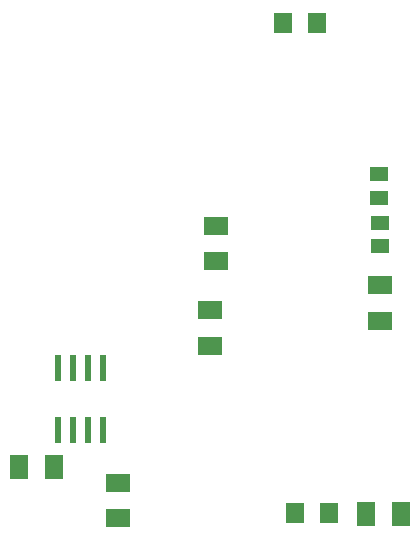
<source format=gtp>
G75*
%MOIN*%
%OFA0B0*%
%FSLAX25Y25*%
%IPPOS*%
%LPD*%
%AMOC8*
5,1,8,0,0,1.08239X$1,22.5*
%
%ADD10R,0.07874X0.05906*%
%ADD11R,0.02362X0.08661*%
%ADD12R,0.06299X0.07098*%
%ADD13R,0.05906X0.07874*%
%ADD14R,0.06299X0.05118*%
D10*
X0228978Y0098945D03*
X0228978Y0110756D03*
X0259608Y0156525D03*
X0259608Y0168336D03*
X0261458Y0184635D03*
X0261458Y0196446D03*
X0316261Y0176564D03*
X0316261Y0164753D03*
D11*
X0223677Y0148920D03*
X0218677Y0148920D03*
X0213677Y0148920D03*
X0208677Y0148920D03*
X0208677Y0128448D03*
X0213677Y0128448D03*
X0218677Y0128448D03*
X0223677Y0128448D03*
D12*
X0287972Y0100626D03*
X0299168Y0100626D03*
X0295197Y0264027D03*
X0284001Y0264027D03*
D13*
X0195798Y0116134D03*
X0207609Y0116134D03*
X0311432Y0100340D03*
X0323243Y0100340D03*
D14*
X0316064Y0189599D03*
X0316064Y0197473D03*
X0315832Y0205846D03*
X0315832Y0213720D03*
M02*

</source>
